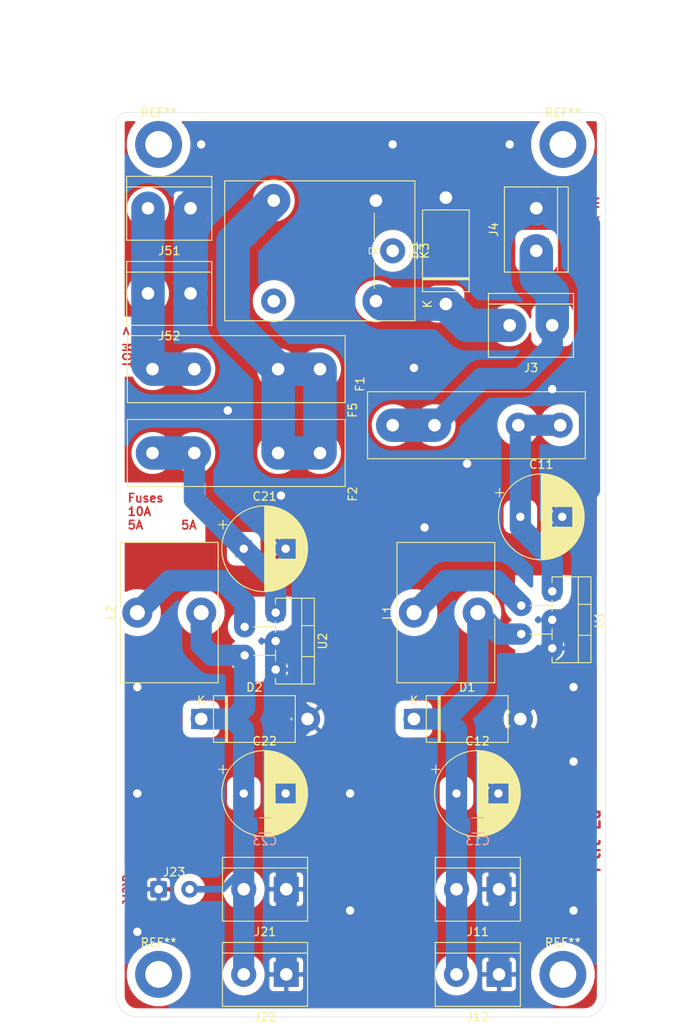
<source format=kicad_pcb>
(kicad_pcb (version 20171130) (host pcbnew 5.1.9)
  (layers (0 F.Cu signal) (31 B.Cu signal) (34 B.Paste user) (35 F.Paste user) (36 B.SilkS user) (37 F.SilkS user) (38 B.Mask user) (39 F.Mask user) (44 Edge.Cuts user))
  (net 0 "")
  (net 1 GND)
  (net 2 "Net-(C11-Pad1)")
  (net 3 "Net-(C12-Pad1)")
  (net 4 "Net-(C21-Pad1)")
  (net 5 "Net-(C22-Pad1)")
  (net 6 "Net-(D3-Pad1)")
  (net 7 /Vbat)
  (net 8 /Vpow)
  (net 9 "Net-(F5-Pad1)")
  (net 10 "Net-(L1-Pad1)")
  (net 11 "Net-(L2-Pad1)")
  (net 12 "Net-(K3-Pad4)")
  (module Connector_Wire:SolderWire-0.127sqmm_1x02_P3.7mm_D0.48mm_OD1mm (layer F.Cu) (at 86.36 62.23)
    (fp_text reference J23 (at 1.85 -2.05) (layer F.SilkS))
    (fp_text value Conn_01x02_Male)
    (pad 2 thru_hole circle (at 3.7 0) (size 2 2) (drill 1) (layers *.Cu *.Mask) (net 5 "Net-(C22-Pad1)"))
    (pad 1 thru_hole roundrect (at 0 0) (size 2 2) (drill 1) (layers *.Cu *.Mask) (roundrect_rratio 0.147) (net 1 GND))
  )
  (module fuse:fusible_alim (layer F.Cu) (at 105.6259 10.16 90)
    (fp_text reference F2 (at -4.9 3.9 90) (layer F.SilkS))
    (fp_text value 5A)
    (pad 2 thru_hole circle (at 0 0 90) (size 3 3) (drill 1.5) (layers *.Cu *.Mask) (net 8 /Vpow))
    (pad 2 thru_hole circle (at 0 -5 90) (size 3 3) (drill 1.5) (layers *.Cu *.Mask) (net 8 /Vpow))
    (pad 1 thru_hole circle (at 0 -20 90) (size 3 3) (drill 1.5) (layers *.Cu *.Mask) (net 4 "Net-(C21-Pad1)"))
    (pad 1 thru_hole circle (at 0 -15 90) (size 3 3) (drill 1.5) (layers *.Cu *.Mask) (net 4 "Net-(C21-Pad1)"))
  )
  (module fuse:fusible_alim (layer F.Cu) (at 105.6259 0.1524 90)
    (fp_text reference F5 (at -4.9 3.9 90) (layer F.SilkS))
    (fp_text value 10A)
    (pad 2 thru_hole circle (at 0 0 90) (size 3 3) (drill 1.5) (layers *.Cu *.Mask) (net 8 /Vpow))
    (pad 2 thru_hole circle (at 0 -5 90) (size 3 3) (drill 1.5) (layers *.Cu *.Mask) (net 8 /Vpow))
    (pad 1 thru_hole circle (at 0 -20 90) (size 3 3) (drill 1.5) (layers *.Cu *.Mask) (net 9 "Net-(F5-Pad1)"))
    (pad 1 thru_hole circle (at 0 -15 90) (size 3 3) (drill 1.5) (layers *.Cu *.Mask) (net 9 "Net-(F5-Pad1)"))
  )
  (module fuse:fusible_alim (layer F.Cu) (at 114.3 6.8453 270)
    (fp_text reference F1 (at -4.9 3.9 90) (layer F.SilkS))
    (fp_text value 5A)
    (pad 2 thru_hole circle (at 0 0 270) (size 3 3) (drill 1.5) (layers *.Cu *.Mask) (net 7 /Vbat))
    (pad 2 thru_hole circle (at 0 -5 270) (size 3 3) (drill 1.5) (layers *.Cu *.Mask) (net 7 /Vbat))
    (pad 1 thru_hole circle (at 0 -20 270) (size 3 3) (drill 1.5) (layers *.Cu *.Mask) (net 2 "Net-(C11-Pad1)"))
    (pad 1 thru_hole circle (at 0 -15 270) (size 3 3) (drill 1.5) (layers *.Cu *.Mask) (net 2 "Net-(C11-Pad1)"))
  )
  (module Package_TO_SOT_THT:TO-220-5_P3.4x3.7mm_StaggerEven_Lead3.8mm_Vertical (layer F.Cu) (at 100.33 29.21 270)
    (fp_text reference U2 (at 3.4 -5.62 90) (layer F.SilkS))
    (fp_text value LM2576T-5)
    (pad 5 thru_hole oval (at 6.8 0 270) (size 2 2) (drill 1) (layers *.Cu *.Mask) (net 1 GND))
    (pad 4 thru_hole oval (at 5.1 3.7 270) (size 2 2) (drill 1) (layers *.Cu *.Mask) (net 5 "Net-(C22-Pad1)"))
    (pad 3 thru_hole oval (at 3.4 0 270) (size 2 2) (drill 1) (layers *.Cu *.Mask) (net 1 GND))
    (pad 2 thru_hole oval (at 1.7 3.7 270) (size 2 2) (drill 1) (layers *.Cu *.Mask) (net 11 "Net-(L2-Pad1)"))
    (pad 1 thru_hole rect (at 0 0 270) (size 2 2) (drill 1) (layers *.Cu *.Mask) (net 4 "Net-(C21-Pad1)"))
  )
  (module Package_TO_SOT_THT:TO-220-5_P3.4x3.7mm_StaggerEven_Lead3.8mm_Vertical (layer F.Cu) (at 133.35 26.67 270)
    (fp_text reference U1 (at 3.4 -5.62 270) (layer F.SilkS))
    (fp_text value LM2576T-5)
    (pad 5 thru_hole oval (at 6.8 0 270) (size 2 2) (drill 1) (layers *.Cu *.Mask) (net 1 GND))
    (pad 4 thru_hole oval (at 5.1 3.7 270) (size 2 2) (drill 1) (layers *.Cu *.Mask) (net 3 "Net-(C12-Pad1)"))
    (pad 3 thru_hole oval (at 3.4 0 270) (size 2 2) (drill 1) (layers *.Cu *.Mask) (net 1 GND))
    (pad 2 thru_hole oval (at 1.7 3.7 270) (size 2 2) (drill 1) (layers *.Cu *.Mask) (net 10 "Net-(L1-Pad1)"))
    (pad 1 thru_hole rect (at 0 0 270) (size 2 2) (drill 1) (layers *.Cu *.Mask) (net 2 "Net-(C11-Pad1)"))
  )
  (module MountingHole:MountingHole_3.2mm_M3_DIN965_Pad (layer F.Cu) (at 86.36 -26.67)
    (fp_text reference REF** (at 0 -3.8) (layer F.SilkS))
    (fp_text value MountingHole_3.2mm_M3_DIN965_Pad)
    (pad 1 thru_hole circle (at 0 0) (size 5.6 5.6) (drill 3.2) (layers *.Cu *.Mask))
  )
  (module MountingHole:MountingHole_3.2mm_M3_DIN965_Pad (layer F.Cu) (at 134.62 -26.67)
    (fp_text reference REF** (at 0 -3.8) (layer F.SilkS))
    (fp_text value MountingHole_3.2mm_M3_DIN965_Pad)
    (pad 1 thru_hole circle (at 0 0) (size 5.6 5.6) (drill 3.2) (layers *.Cu *.Mask))
  )
  (module MountingHole:MountingHole_3.2mm_M3_DIN965_Pad (layer F.Cu) (at 86.36 72.39)
    (fp_text reference REF** (at 0 -3.8) (layer F.SilkS))
    (fp_text value MountingHole_3.2mm_M3_DIN965_Pad)
    (pad 1 thru_hole circle (at 0 0) (size 5.6 5.6) (drill 3.2) (layers *.Cu *.Mask))
  )
  (module MountingHole:MountingHole_3.2mm_M3_DIN965_Pad (layer F.Cu) (at 134.62 72.39)
    (fp_text reference REF** (at 0 -3.8) (layer F.SilkS))
    (fp_text value MountingHole_3.2mm_M3_DIN965_Pad)
    (pad 1 thru_hole circle (at 0 0) (size 5.6 5.6) (drill 3.2) (layers *.Cu *.Mask))
  )
  (module Capacitor_SMD:C_1206_3216Metric_Pad1.33x1.80mm_HandSolder (layer B.Cu) (at 99.06 54.61)
    (fp_text reference C23 (at 0 1.85 180) (layer B.SilkS) (effects (justify mirror)))
    (fp_text value 100n)
    (pad 2 smd roundrect (at 1.5625 0) (size 1.325 1.8) (layers B.Cu B.Paste B.Mask) (roundrect_rratio 0.188679) (net 1 GND))
    (pad 1 smd roundrect (at -1.5625 0) (size 1.325 1.8) (layers B.Cu B.Paste B.Mask) (roundrect_rratio 0.188679) (net 5 "Net-(C22-Pad1)"))
  )
  (module Capacitor_SMD:C_1206_3216Metric_Pad1.33x1.80mm_HandSolder (layer B.Cu) (at 124.46 54.61)
    (fp_text reference C13 (at 0 1.85) (layer B.SilkS) (effects (justify mirror)))
    (fp_text value 100n)
    (pad 2 smd roundrect (at 1.5625 0) (size 1.325 1.8) (layers B.Cu B.Paste B.Mask) (roundrect_rratio 0.188679) (net 1 GND))
    (pad 1 smd roundrect (at -1.5625 0) (size 1.325 1.8) (layers B.Cu B.Paste B.Mask) (roundrect_rratio 0.188679) (net 3 "Net-(C12-Pad1)"))
  )
  (module Inductor_THT:L_Toroid_Vertical_L16.5mm_W11.4mm_P7.62mm_Pulse_KM-2 (layer F.Cu) (at 83.82 29.21 90)
    (fp_text reference L2 (at 0 -3.155 90) (layer F.SilkS))
    (fp_text value 100u)
    (pad 2 thru_hole circle (at 0 7.62 90) (size 3.6 3.6) (drill 1.8) (layers *.Cu *.Mask) (net 5 "Net-(C22-Pad1)"))
    (pad 1 thru_hole circle (at 0 0 90) (size 3.6 3.6) (drill 1.8) (layers *.Cu *.Mask) (net 11 "Net-(L2-Pad1)"))
  )
  (module Inductor_THT:L_Toroid_Vertical_L16.5mm_W11.4mm_P7.62mm_Pulse_KM-2 (layer F.Cu) (at 116.84 29.21 90)
    (fp_text reference L1 (at 0 -3.155 90) (layer F.SilkS))
    (fp_text value 100u)
    (pad 2 thru_hole circle (at 0 7.62 90) (size 3.6 3.6) (drill 1.8) (layers *.Cu *.Mask) (net 3 "Net-(C12-Pad1)"))
    (pad 1 thru_hole circle (at 0 0 90) (size 3.6 3.6) (drill 1.8) (layers *.Cu *.Mask) (net 10 "Net-(L1-Pad1)"))
  )
  (module Diode_THT:D_DO-27_P12.70mm_Horizontal (layer F.Cu) (at 116.84 41.91)
    (fp_text reference D1 (at 6.35 -3.785) (layer F.SilkS))
    (fp_text value D_Schottky)
    (fp_text user K (at 0 -2.2) (layer F.SilkS))
    (pad 2 thru_hole circle (at 12.7 0) (size 3 3) (drill 1.5) (layers *.Cu *.Mask) (net 1 GND))
    (pad 1 thru_hole rect (at 0 0) (size 2.4 2.4) (drill 1.5) (layers *.Cu *.Mask) (net 3 "Net-(C12-Pad1)"))
  )
  (module Relay_THT:Relay_SPDT_Omron-G5LE-1 (layer F.Cu) (at 114.3 -13.97 270)
    (fp_text reference K3 (at 0 -3.8 90) (layer F.SilkS))
    (fp_text value G5LE-1)
    (pad 5 thru_hole circle (at 6 2 270) (size 3 3) (drill 1.5) (layers *.Cu *.Mask) (net 6 "Net-(D3-Pad1)"))
    (pad 4 thru_hole circle (at 6 14.2 270) (size 3 3) (drill 1.5) (layers *.Cu *.Mask) (net 12 "Net-(K3-Pad4)"))
    (pad 3 thru_hole circle (at -6 14.2 270) (size 3 3) (drill 1.5) (layers *.Cu *.Mask) (net 8 /Vpow))
    (pad 2 thru_hole circle (at -6 2 270) (size 3 3) (drill 1.5) (layers *.Cu *.Mask) (net 1 GND))
    (pad 1 thru_hole circle (at 0 0 270) (size 3 3) (drill 1.5) (layers *.Cu *.Mask) (net 7 /Vbat))
  )
  (module TerminalBlock:TerminalBlock_bornier-2_P5.08mm (layer F.Cu) (at 90.17 -8.89 180)
    (fp_text reference J52 (at 2.54 -5.08) (layer F.SilkS))
    (fp_text value Conn_01x02_Male)
    (pad 2 thru_hole circle (at 5.08 0 180) (size 3 3) (drill 1.5) (layers *.Cu *.Mask) (net 9 "Net-(F5-Pad1)"))
    (pad 1 thru_hole rect (at 0 0 180) (size 3 3) (drill 1.5) (layers *.Cu *.Mask) (net 1 GND))
  )
  (module TerminalBlock:TerminalBlock_bornier-2_P5.08mm (layer F.Cu) (at 90.17 -19.05 180)
    (fp_text reference J51 (at 2.54 -5.08) (layer F.SilkS))
    (fp_text value Conn_01x02_Male)
    (pad 2 thru_hole circle (at 5.08 0 180) (size 3 3) (drill 1.5) (layers *.Cu *.Mask) (net 9 "Net-(F5-Pad1)"))
    (pad 1 thru_hole rect (at 0 0 180) (size 3 3) (drill 1.5) (layers *.Cu *.Mask) (net 1 GND))
  )
  (module TerminalBlock:TerminalBlock_bornier-2_P5.08mm (layer F.Cu) (at 101.6 72.39 180)
    (fp_text reference J22 (at 2.54 -5.08) (layer F.SilkS))
    (fp_text value Conn_01x02_Male)
    (pad 2 thru_hole circle (at 5.08 0 180) (size 3 3) (drill 1.5) (layers *.Cu *.Mask) (net 5 "Net-(C22-Pad1)"))
    (pad 1 thru_hole rect (at 0 0 180) (size 3 3) (drill 1.5) (layers *.Cu *.Mask) (net 1 GND))
  )
  (module TerminalBlock:TerminalBlock_bornier-2_P5.08mm (layer F.Cu) (at 101.6 62.23 180)
    (fp_text reference J21 (at 2.54 -5.08) (layer F.SilkS))
    (fp_text value Conn_01x02_Male)
    (pad 2 thru_hole circle (at 5.08 0 180) (size 3 3) (drill 1.5) (layers *.Cu *.Mask) (net 5 "Net-(C22-Pad1)"))
    (pad 1 thru_hole rect (at 0 0 180) (size 3 3) (drill 1.5) (layers *.Cu *.Mask) (net 1 GND))
  )
  (module TerminalBlock:TerminalBlock_bornier-2_P5.08mm (layer F.Cu) (at 127 72.39 180)
    (fp_text reference J12 (at 2.54 -5.08) (layer F.SilkS))
    (fp_text value Conn_01x02_Male)
    (pad 2 thru_hole circle (at 5.08 0 180) (size 3 3) (drill 1.5) (layers *.Cu *.Mask) (net 3 "Net-(C12-Pad1)"))
    (pad 1 thru_hole rect (at 0 0 180) (size 3 3) (drill 1.5) (layers *.Cu *.Mask) (net 1 GND))
  )
  (module TerminalBlock:TerminalBlock_bornier-2_P5.08mm (layer F.Cu) (at 127 62.23 180)
    (fp_text reference J11 (at 2.54 -5.08) (layer F.SilkS))
    (fp_text value Conn_01x02_Male)
    (pad 2 thru_hole circle (at 5.08 0 180) (size 3 3) (drill 1.5) (layers *.Cu *.Mask) (net 3 "Net-(C12-Pad1)"))
    (pad 1 thru_hole rect (at 0 0 180) (size 3 3) (drill 1.5) (layers *.Cu *.Mask) (net 1 GND))
  )
  (module TerminalBlock:TerminalBlock_bornier-2_P5.08mm (layer F.Cu) (at 131.445 -13.97 90)
    (fp_text reference J4 (at 2.54 -5.08 90) (layer F.SilkS))
    (fp_text value Conn_01x02_Male)
    (pad 2 thru_hole circle (at 5.08 0 90) (size 3 3) (drill 1.5) (layers *.Cu *.Mask) (net 1 GND))
    (pad 1 thru_hole rect (at 0 0 90) (size 3 3) (drill 1.5) (layers *.Cu *.Mask) (net 7 /Vbat))
  )
  (module TerminalBlock:TerminalBlock_bornier-2_P5.08mm (layer F.Cu) (at 133.35 -5.08 180)
    (fp_text reference J3 (at 2.54 -5.08) (layer F.SilkS))
    (fp_text value Conn_01x02_Male)
    (pad 2 thru_hole circle (at 5.08 0 180) (size 3 3) (drill 1.5) (layers *.Cu *.Mask) (net 6 "Net-(D3-Pad1)"))
    (pad 1 thru_hole rect (at 0 0 180) (size 3 3) (drill 1.5) (layers *.Cu *.Mask) (net 7 /Vbat))
  )
  (module Diode_THT:D_DO-27_P12.70mm_Horizontal (layer F.Cu) (at 120.65 -7.62 90)
    (fp_text reference D3 (at 6.35 -3.785 90) (layer F.SilkS))
    (fp_text value D)
    (fp_text user K (at 0 -2.2 90) (layer F.SilkS))
    (pad 2 thru_hole oval (at 12.7 0 90) (size 2.4 2.4) (drill 1.5) (layers *.Cu *.Mask) (net 1 GND))
    (pad 1 thru_hole rect (at 0 0 90) (size 2.4 2.4) (drill 1.5) (layers *.Cu *.Mask) (net 6 "Net-(D3-Pad1)"))
  )
  (module Diode_THT:D_DO-27_P12.70mm_Horizontal (layer F.Cu) (at 91.44 41.91)
    (fp_text reference D2 (at 6.35 -3.785) (layer F.SilkS))
    (fp_text value D_Schottky)
    (fp_text user K (at 0 -2.2) (layer F.SilkS))
    (pad 2 thru_hole circle (at 12.7 0) (size 3 3) (drill 1.5) (layers *.Cu *.Mask) (net 1 GND))
    (pad 1 thru_hole rect (at 0 0) (size 2.4 2.4) (drill 1.5) (layers *.Cu *.Mask) (net 5 "Net-(C22-Pad1)"))
  )
  (module Capacitor_THT:CP_Radial_D10.0mm_P5.00mm (layer F.Cu) (at 96.52 50.8)
    (fp_text reference C22 (at 2.5 -6.25) (layer F.SilkS))
    (fp_text value 1000u)
    (pad 2 thru_hole circle (at 5 0) (size 2 2) (drill 1) (layers *.Cu *.Mask) (net 1 GND))
    (pad 1 thru_hole rect (at 0 0) (size 2 2) (drill 1) (layers *.Cu *.Mask) (net 5 "Net-(C22-Pad1)"))
  )
  (module Capacitor_THT:CP_Radial_D10.0mm_P5.00mm (layer F.Cu) (at 96.52 21.59)
    (fp_text reference C21 (at 2.5 -6.25) (layer F.SilkS))
    (fp_text value 100u)
    (pad 2 thru_hole circle (at 5 0) (size 2 2) (drill 1) (layers *.Cu *.Mask) (net 1 GND))
    (pad 1 thru_hole rect (at 0 0) (size 2 2) (drill 1) (layers *.Cu *.Mask) (net 4 "Net-(C21-Pad1)"))
  )
  (module Capacitor_THT:CP_Radial_D10.0mm_P5.00mm (layer F.Cu) (at 121.92 50.8)
    (fp_text reference C12 (at 2.5 -6.25) (layer F.SilkS))
    (fp_text value 1000u)
    (pad 2 thru_hole circle (at 5 0) (size 2 2) (drill 1) (layers *.Cu *.Mask) (net 1 GND))
    (pad 1 thru_hole rect (at 0 0) (size 2 2) (drill 1) (layers *.Cu *.Mask) (net 3 "Net-(C12-Pad1)"))
  )
  (module Capacitor_THT:CP_Radial_D10.0mm_P5.00mm (layer F.Cu) (at 129.54 17.78)
    (fp_text reference C11 (at 2.5 -6.25) (layer F.SilkS))
    (fp_text value 100u)
    (pad 2 thru_hole circle (at 5 0) (size 2 2) (drill 1) (layers *.Cu *.Mask) (net 1 GND))
    (pad 1 thru_hole rect (at 0 0) (size 2 2) (drill 1) (layers *.Cu *.Mask) (net 2 "Net-(C11-Pad1)"))
  )
  (gr_text alert (at 82.55 62.23 -90) (layer F.Cu) (effects (font (size 1 1) (thickness 0.2))))
  (gr_text "Eirbot \n2020-2021\nPtit Lu " (at 135.89 55.88 90) (layer F.Cu) (effects (font (size 1.5 1.5) (thickness 0.3))))
  (gr_text "< MOT" (at 82.55 -2.54 -90) (layer F.Cu) (effects (font (size 1 1) (thickness 0.2))))
  (gr_text "PWR IN" (at 138.43 -17.78 90) (layer F.Cu) (effects (font (size 1 1) (thickness 0.2))))
  (gr_text URG (at 138.43 -5.08 90) (layer F.Cu) (effects (font (size 1 1) (thickness 0.2))))
  (gr_text "Fuses\n10A\n5A      5A" (at 82.55 17.145) (layer F.Cu) (effects (font (size 1 1) (thickness 0.2)) (justify left)))
  (gr_text "5V \nPWR" (at 105.41 73.66) (layer F.Cu) (effects (font (size 1.5 1.5) (thickness 0.3)) (justify left)))
  (gr_text "5V\nSTBY" (at 118.11 73.66) (layer F.Cu) (effects (font (size 1.5 1.5) (thickness 0.3)) (justify right)))
  (gr_arc (start 83.82 74.93) (end 81.28 74.93) (angle -90) (layer Edge.Cuts) (width 0.05))
  (gr_arc (start 137.16 74.93) (end 137.16 77.47) (angle -90) (layer Edge.Cuts) (width 0.05))
  (gr_arc (start 82.55 -29.21) (end 82.55 -30.48) (angle -90) (layer Edge.Cuts) (width 0.05))
  (gr_arc (start 138.43 -29.21) (end 139.7 -29.21) (angle -90) (layer Edge.Cuts) (width 0.05))
  (gr_line (start 81.28 74.93) (end 81.28 -29.21) (layer Edge.Cuts) (width 0.05))
  (gr_line (start 137.16 77.47) (end 83.82 77.47) (layer Edge.Cuts) (width 0.05))
  (gr_line (start 139.7 -29.21) (end 139.7 74.93) (layer Edge.Cuts) (width 0.05))
  (gr_line (start 82.55 -30.48) (end 138.43 -30.48) (layer Edge.Cuts) (width 0.05))
  (segment (start 101.6 72.39) (end 101.6 62.23) (width 2.54) (layer B.Cu) (net 1))
  (segment (start 101.6 50.88) (end 101.52 50.8) (width 2.54) (layer B.Cu) (net 1))
  (segment (start 101.52 50.8) (end 101.52 44.53) (width 2.54) (layer B.Cu) (net 1))
  (segment (start 101.6 62.23) (end 101.6 50.88) (width 2.54) (layer B.Cu) (net 1))
  (segment (start 129.54 48.18) (end 126.92 50.8) (width 2.54) (layer B.Cu) (net 1))
  (segment (start 129.54 41.91) (end 129.54 48.18) (width 2.54) (layer B.Cu) (net 1))
  (segment (start 126.92 62.15) (end 127 62.23) (width 2.54) (layer B.Cu) (net 1))
  (segment (start 127 62.23) (end 127 72.39) (width 2.54) (layer B.Cu) (net 1))
  (segment (start 127 50.88) (end 126.92 50.8) (width 2.54) (layer B.Cu) (net 1))
  (segment (start 127 62.23) (end 127 50.88) (width 2.54) (layer B.Cu) (net 1))
  (segment (start 120.65 -20.32) (end 112.65 -20.32) (width 4) (layer B.Cu) (net 1))
  (segment (start 104.14 41.91) (end 101.52 44.53) (width 2.54) (layer B.Cu) (net 1))
  (via (at 135.89 64.77) (size 2) (drill 1) (layers F.Cu B.Cu) (net 1))
  (via (at 135.89 46.99) (size 2) (drill 1) (layers F.Cu B.Cu) (net 1))
  (via (at 135.89 38.1) (size 2) (drill 1) (layers F.Cu B.Cu) (net 1))
  (via (at 100.965 15.24) (size 2) (drill 1) (layers F.Cu B.Cu) (net 1))
  (via (at 83.82 38.1) (size 2) (drill 1) (layers F.Cu B.Cu) (net 1))
  (via (at 83.82 50.8) (size 2) (drill 1) (layers F.Cu B.Cu) (net 1))
  (via (at 83.82 67.31) (size 2) (drill 1) (layers F.Cu B.Cu) (net 1))
  (via (at 109.22 64.77) (size 2) (drill 1) (layers F.Cu B.Cu) (net 1))
  (via (at 109.22 50.8) (size 2) (drill 1) (layers F.Cu B.Cu) (net 1))
  (via (at 94.615 5.08) (size 2) (drill 1) (layers F.Cu B.Cu) (net 1))
  (via (at 118.11 19.05) (size 2) (drill 1) (layers F.Cu B.Cu) (net 1))
  (via (at 116.84 0) (size 2) (drill 1) (layers F.Cu B.Cu) (net 1))
  (via (at 91.44 -26.67) (size 2) (drill 1) (layers F.Cu B.Cu) (net 1))
  (via (at 114.3 -26.67) (size 2) (drill 1) (layers F.Cu B.Cu) (net 1))
  (via (at 128.27 -26.67) (size 2) (drill 1) (layers F.Cu B.Cu) (net 1))
  (segment (start 112.3 -19.97) (end 112.65 -20.32) (width 4) (layer B.Cu) (net 1))
  (segment (start 112.3 -19.97) (end 106.87 -25.4) (width 4) (layer B.Cu) (net 1))
  (segment (start 96.52 -25.4) (end 90.17 -19.05) (width 4) (layer B.Cu) (net 1))
  (segment (start 106.87 -25.4) (end 96.52 -25.4) (width 4) (layer B.Cu) (net 1))
  (segment (start 109.22 -16.89) (end 112.3 -19.97) (width 2.54) (layer B.Cu) (net 1))
  (segment (start 90.17 -19.05) (end 90.17 -8.89) (width 4) (layer B.Cu) (net 1))
  (segment (start 104.14 41.91) (end 100.33 38.1) (width 2.54) (layer B.Cu) (net 1))
  (segment (start 100.33 38.1) (end 100.33 32.61) (width 2.54) (layer B.Cu) (net 1))
  (segment (start 134.54 17.78) (end 137.16 20.4) (width 2.54) (layer B.Cu) (net 1))
  (segment (start 133.35 30.07) (end 135.03 30.07) (width 2.54) (layer B.Cu) (net 1))
  (segment (start 137.16 27.94) (end 137.16 20.4) (width 2.54) (layer B.Cu) (net 1))
  (segment (start 135.03 30.07) (end 137.16 27.94) (width 2.54) (layer B.Cu) (net 1))
  (segment (start 133.35 30.07) (end 133.35 33.47) (width 2.54) (layer B.Cu) (net 1))
  (segment (start 133.35 33.47) (end 129.54 37.28) (width 2.54) (layer B.Cu) (net 1))
  (segment (start 129.54 37.28) (end 129.54 41.91) (width 2.54) (layer B.Cu) (net 1))
  (via (at 133.35 2.54) (size 2) (drill 1) (layers F.Cu B.Cu) (net 1))
  (via (at 123.19 11.43) (size 2) (drill 1) (layers F.Cu B.Cu) (net 1))
  (segment (start 90.17 -8.89) (end 90.17 -5.715) (width 4) (layer B.Cu) (net 1))
  (segment (start 109.22 -16.89) (end 109.22 -11.43) (width 2.54) (layer B.Cu) (net 1))
  (segment (start 109.22 -11.43) (end 108.585 -10.795) (width 2.54) (layer B.Cu) (net 1))
  (segment (start 108.585 -10.795) (end 108.585 -3.175) (width 2.54) (layer B.Cu) (net 1))
  (segment (start 108.585 -3.175) (end 109.855 -1.905) (width 2.54) (layer B.Cu) (net 1))
  (segment (start 109.855 13.255) (end 101.52 21.59) (width 2.54) (layer B.Cu) (net 1))
  (segment (start 109.855 -1.905) (end 109.855 13.255) (width 2.54) (layer B.Cu) (net 1))
  (segment (start 101.52 21.59) (end 103.505 23.575) (width 2.54) (layer B.Cu) (net 1))
  (segment (start 103.505 23.575) (end 103.505 31.115) (width 2.54) (layer B.Cu) (net 1))
  (segment (start 102.01 32.61) (end 100.33 32.61) (width 2.54) (layer B.Cu) (net 1))
  (segment (start 103.505 31.115) (end 102.01 32.61) (width 2.54) (layer B.Cu) (net 1))
  (segment (start 121.92 -19.05) (end 120.65 -20.32) (width 4) (layer B.Cu) (net 1))
  (segment (start 131.445 -19.05) (end 121.92 -19.05) (width 4) (layer B.Cu) (net 1))
  (segment (start 131.445 -19.05) (end 135.89 -19.05) (width 2.54) (layer B.Cu) (net 1))
  (segment (start 135.89 -19.05) (end 137.795 -17.145) (width 2.54) (layer B.Cu) (net 1))
  (segment (start 137.795 14.525) (end 134.54 17.78) (width 2.54) (layer B.Cu) (net 1))
  (segment (start 137.795 -17.145) (end 137.795 14.525) (width 2.54) (layer B.Cu) (net 1))
  (segment (start 129.54 7.0853) (end 129.3 6.8453) (width 2.54) (layer B.Cu) (net 2))
  (segment (start 129.54 17.78) (end 129.54 7.0853) (width 2.54) (layer B.Cu) (net 2))
  (segment (start 129.54 17.78) (end 129.54 19.05) (width 2.54) (layer B.Cu) (net 2))
  (segment (start 133.35 22.86) (end 133.35 26.67) (width 2.54) (layer B.Cu) (net 2))
  (segment (start 129.54 19.05) (end 133.35 22.86) (width 2.54) (layer B.Cu) (net 2))
  (segment (start 129.3 6.8453) (end 134.3 6.8453) (width 2.54) (layer B.Cu) (net 2))
  (segment (start 121.92 72.39) (end 121.92 62.23) (width 2.54) (layer B.Cu) (net 3))
  (segment (start 121.92 50.8) (end 121.92 62.23) (width 2.54) (layer B.Cu) (net 3))
  (segment (start 120.65 41.91) (end 116.84 41.91) (width 2.54) (layer B.Cu) (net 3))
  (segment (start 121.92 43.18) (end 120.65 41.91) (width 2.54) (layer B.Cu) (net 3))
  (segment (start 121.92 50.8) (end 121.92 43.18) (width 2.54) (layer B.Cu) (net 3))
  (segment (start 120.65 41.91) (end 124.46 38.1) (width 2.54) (layer B.Cu) (net 3))
  (segment (start 124.46 38.1) (end 124.46 29.21) (width 2.54) (layer B.Cu) (net 3))
  (segment (start 127.02 31.77) (end 124.46 29.21) (width 2.54) (layer B.Cu) (net 3))
  (segment (start 129.65 31.77) (end 127.02 31.77) (width 2.54) (layer B.Cu) (net 3))
  (segment (start 85.6259 10.16) (end 90.6259 10.16) (width 4) (layer B.Cu) (net 4))
  (segment (start 100.33 29.21) (end 100.33 25.4) (width 2.54) (layer B.Cu) (net 4))
  (segment (start 100.33 25.4) (end 96.52 21.59) (width 2.54) (layer B.Cu) (net 4))
  (segment (start 95.885 20.955) (end 96.52 21.59) (width 2.54) (layer B.Cu) (net 4))
  (segment (start 90.6259 15.6959) (end 96.52 21.59) (width 2.54) (layer B.Cu) (net 4))
  (segment (start 90.6259 10.16) (end 90.6259 15.6959) (width 2.54) (layer B.Cu) (net 4))
  (segment (start 96.52 72.39) (end 96.52 62.23) (width 2.54) (layer B.Cu) (net 5))
  (segment (start 95.25 41.91) (end 91.44 41.91) (width 2.54) (layer B.Cu) (net 5))
  (segment (start 96.52 43.18) (end 95.25 41.91) (width 2.54) (layer B.Cu) (net 5))
  (segment (start 96.52 50.8) (end 96.52 43.18) (width 2.54) (layer B.Cu) (net 5))
  (segment (start 96.63 40.53) (end 95.25 41.91) (width 2.54) (layer B.Cu) (net 5))
  (segment (start 96.63 34.31) (end 96.63 40.53) (width 2.54) (layer B.Cu) (net 5))
  (segment (start 91.44 29.21) (end 91.44 33.02) (width 2.54) (layer B.Cu) (net 5))
  (segment (start 92.73 34.31) (end 96.63 34.31) (width 2.54) (layer B.Cu) (net 5))
  (segment (start 91.44 33.02) (end 92.73 34.31) (width 2.54) (layer B.Cu) (net 5))
  (segment (start 93.98 62.23) (end 96.52 59.69) (width 0.8) (layer B.Cu) (net 5))
  (segment (start 90.06 62.23) (end 93.98 62.23) (width 0.8) (layer B.Cu) (net 5))
  (segment (start 96.52 59.69) (end 96.52 62.23) (width 2.54) (layer B.Cu) (net 5))
  (segment (start 96.52 50.8) (end 96.52 59.69) (width 2.54) (layer B.Cu) (net 5))
  (segment (start 123.19 -5.08) (end 120.65 -7.62) (width 4) (layer B.Cu) (net 6))
  (segment (start 128.27 -5.08) (end 123.19 -5.08) (width 4) (layer B.Cu) (net 6))
  (segment (start 113.04001 -7.62) (end 112.69001 -7.97) (width 4) (layer B.Cu) (net 6))
  (segment (start 120.65 -7.62) (end 113.04001 -7.62) (width 4) (layer B.Cu) (net 6))
  (segment (start 133.35 -5.08) (end 133.35 -2.54) (width 2.54) (layer B.Cu) (net 7))
  (segment (start 133.35 -2.54) (end 129.54 1.27) (width 2.54) (layer B.Cu) (net 7))
  (segment (start 124.8753 1.27) (end 119.3 6.8453) (width 2.54) (layer B.Cu) (net 7))
  (segment (start 129.54 1.27) (end 124.8753 1.27) (width 2.54) (layer B.Cu) (net 7))
  (segment (start 114.3 6.8453) (end 119.3 6.8453) (width 4) (layer B.Cu) (net 7))
  (segment (start 131.445 -13.97) (end 131.445 -10.795) (width 4) (layer B.Cu) (net 7))
  (segment (start 133.35 -8.89) (end 133.35 -5.08) (width 4) (layer B.Cu) (net 7))
  (segment (start 131.445 -10.795) (end 133.35 -8.89) (width 4) (layer B.Cu) (net 7))
  (segment (start 95.25 -15.12) (end 100.1 -19.97) (width 4) (layer B.Cu) (net 8))
  (segment (start 95.25 -5.2235) (end 95.25 -15.12) (width 4) (layer B.Cu) (net 8))
  (segment (start 100.6259 0.1524) (end 95.25 -5.2235) (width 4) (layer B.Cu) (net 8))
  (segment (start 100.6259 0.1524) (end 105.6259 0.1524) (width 4) (layer B.Cu) (net 8))
  (segment (start 100.6259 0.1524) (end 100.6259 10.16) (width 4) (layer B.Cu) (net 8))
  (segment (start 100.6259 10.16) (end 105.6259 10.16) (width 4) (layer B.Cu) (net 8))
  (segment (start 105.6259 0.1524) (end 105.6259 10.16) (width 4) (layer B.Cu) (net 8))
  (segment (start 85.09 -19.05) (end 85.09 -8.89) (width 4) (layer B.Cu) (net 9))
  (segment (start 85.09 -0.3835) (end 85.6259 0.1524) (width 4) (layer B.Cu) (net 9))
  (segment (start 85.09 -8.89) (end 85.09 -0.3835) (width 4) (layer B.Cu) (net 9))
  (segment (start 85.6259 0.1524) (end 90.6259 0.1524) (width 4) (layer B.Cu) (net 9))
  (segment (start 129.65 28.37) (end 126.68 25.4) (width 2.54) (layer B.Cu) (net 10))
  (segment (start 120.65 25.4) (end 116.84 29.21) (width 2.54) (layer B.Cu) (net 10))
  (segment (start 126.68 25.4) (end 120.65 25.4) (width 2.54) (layer B.Cu) (net 10))
  (segment (start 96.63 30.91) (end 96.63 28.05) (width 2.54) (layer B.Cu) (net 11))
  (segment (start 96.63 28.05) (end 93.98 25.4) (width 2.54) (layer B.Cu) (net 11))
  (segment (start 87.63 25.4) (end 83.82 29.21) (width 2.54) (layer B.Cu) (net 11))
  (segment (start 93.98 25.4) (end 87.63 25.4) (width 2.54) (layer B.Cu) (net 11))
  (zone (net 1) (net_name GND) (layer F.Cu) (connect_pads (clearance 1)) (min_thickness 0.254) (fill yes (arc_segments 32) (thermal_gap 0.508) (thermal_bridge_width 0.508))
    (polygon (pts (xy 139.7 77.47) (xy 81.28 77.47) (xy 81.28 -30.48) (xy 139.7 -30.48)))
  )
  (zone (net 1) (net_name GND) (layer B.Cu) (connect_pads (clearance 1)) (min_thickness 0.5) (fill yes (arc_segments 32) (thermal_gap 0.508) (thermal_bridge_width 0.508))
    (polygon (pts (xy 139.7 77.47) (xy 81.28 77.47) (xy 81.28 -30.48) (xy 139.7 -30.48)))
  )
  (zone (net 0) (net_name "") (layer F.Cu) (connect_pads (clearance 1)) (min_thickness 0.5)
    (keepout (tracks allowed) (vias allowed) (copperpour not_allowed))
    (fill (arc_segments 32) (thermal_gap 0.508) (thermal_bridge_width 0.508))
    (polygon (pts (xy 139.7 35.56) (xy 128.905 35.56) (xy 128.905 24.765) (xy 139.7 24.765)))
  )
  (zone (net 0) (net_name "") (layer F.Cu) (connect_pads (clearance 1)) (min_thickness 0.5)
    (keepout (tracks allowed) (vias allowed) (copperpour not_allowed))
    (fill (arc_segments 32) (thermal_gap 0.508) (thermal_bridge_width 0.508))
    (polygon (pts (xy 113.665 44.45) (xy 105.41 44.45) (xy 105.41 37.465) (xy 95.885 37.465) (xy 95.885 27.305) (xy 105.41 27.305) (xy 105.41 20.955) (xy 113.665 20.955)))
  )
)
</source>
